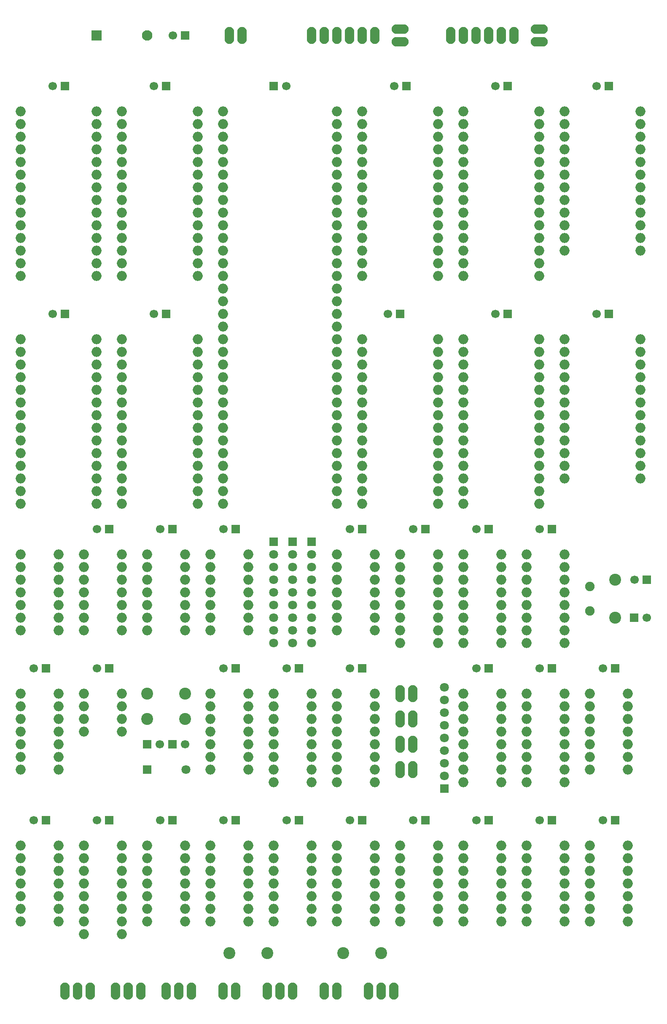
<source format=gbr>
G04 #@! TF.FileFunction,Soldermask,Bot*
%FSLAX46Y46*%
G04 Gerber Fmt 4.6, Leading zero omitted, Abs format (unit mm)*
G04 Created by KiCad (PCBNEW 4.0.2+dfsg1-stable) date Mon 20 Feb 2017 01:09:21 PM EST*
%MOMM*%
G01*
G04 APERTURE LIST*
%ADD10C,0.100000*%
%ADD11R,1.700000X1.700000*%
%ADD12C,1.700000*%
%ADD13R,1.800000X1.800000*%
%ADD14C,1.800000*%
%ADD15O,1.906220X3.414980*%
%ADD16C,2.099260*%
%ADD17R,2.099260X2.099260*%
%ADD18C,2.398980*%
%ADD19R,1.797000X1.797000*%
%ADD20C,1.797000*%
%ADD21O,2.000000X2.000000*%
%ADD22C,1.901140*%
%ADD23O,3.414980X1.906220*%
G04 APERTURE END LIST*
D10*
D11*
X53340000Y-165100000D03*
D12*
X55840000Y-165100000D03*
D11*
X58420000Y-165100000D03*
D12*
X60920000Y-165100000D03*
D13*
X53340000Y-170180000D03*
D14*
X61090000Y-170180000D03*
D11*
X60960000Y-22860000D03*
D12*
X58460000Y-22860000D03*
D11*
X36830000Y-33020000D03*
D12*
X34330000Y-33020000D03*
D11*
X57150000Y-33020000D03*
D12*
X54650000Y-33020000D03*
D11*
X78740000Y-33020000D03*
D12*
X81240000Y-33020000D03*
D11*
X105410000Y-33020000D03*
D12*
X102910000Y-33020000D03*
D11*
X125730000Y-33020000D03*
D12*
X123230000Y-33020000D03*
D11*
X121920000Y-149860000D03*
D12*
X119420000Y-149860000D03*
D11*
X36830000Y-78740000D03*
D12*
X34330000Y-78740000D03*
D11*
X57150000Y-78740000D03*
D12*
X54650000Y-78740000D03*
D11*
X104140000Y-78740000D03*
D12*
X101640000Y-78740000D03*
D11*
X125730000Y-78740000D03*
D12*
X123230000Y-78740000D03*
D11*
X146050000Y-33020000D03*
D12*
X143550000Y-33020000D03*
D11*
X134620000Y-149860000D03*
D12*
X132120000Y-149860000D03*
D11*
X147320000Y-180340000D03*
D12*
X144820000Y-180340000D03*
D11*
X45720000Y-121920000D03*
D12*
X43220000Y-121920000D03*
D11*
X58420000Y-121920000D03*
D12*
X55920000Y-121920000D03*
D11*
X71120000Y-121920000D03*
D12*
X68620000Y-121920000D03*
D11*
X134620000Y-121920000D03*
D12*
X132120000Y-121920000D03*
D11*
X121920000Y-121920000D03*
D12*
X119420000Y-121920000D03*
D11*
X96520000Y-121920000D03*
D12*
X94020000Y-121920000D03*
D11*
X109220000Y-121920000D03*
D12*
X106720000Y-121920000D03*
D11*
X33020000Y-149860000D03*
D12*
X30520000Y-149860000D03*
D11*
X45720000Y-149860000D03*
D12*
X43220000Y-149860000D03*
D11*
X96520000Y-149860000D03*
D12*
X94020000Y-149860000D03*
D11*
X71120000Y-149860000D03*
D12*
X68620000Y-149860000D03*
D11*
X83820000Y-149860000D03*
D12*
X81320000Y-149860000D03*
D11*
X146050000Y-78740000D03*
D12*
X143550000Y-78740000D03*
D11*
X33020000Y-180340000D03*
D12*
X30520000Y-180340000D03*
D11*
X45720000Y-180340000D03*
D12*
X43220000Y-180340000D03*
D11*
X58420000Y-180340000D03*
D12*
X55920000Y-180340000D03*
D11*
X71120000Y-180340000D03*
D12*
X68620000Y-180340000D03*
D11*
X83820000Y-180340000D03*
D12*
X81320000Y-180340000D03*
D11*
X96520000Y-180340000D03*
D12*
X94020000Y-180340000D03*
D11*
X109220000Y-180340000D03*
D12*
X106720000Y-180340000D03*
D11*
X121920000Y-180340000D03*
D12*
X119420000Y-180340000D03*
D15*
X68580000Y-214630000D03*
X71120000Y-214630000D03*
X88900000Y-214630000D03*
X91440000Y-214630000D03*
D16*
X53340520Y-22857460D03*
D17*
X43180520Y-22857460D03*
D15*
X86360000Y-22860000D03*
X88900000Y-22860000D03*
X91440000Y-22860000D03*
X93980000Y-22860000D03*
X96520000Y-22860000D03*
X99060000Y-22860000D03*
X114300000Y-22860000D03*
X116840000Y-22860000D03*
X119380000Y-22860000D03*
X121920000Y-22860000D03*
X124460000Y-22860000D03*
X127000000Y-22860000D03*
X69850000Y-22860000D03*
X72390000Y-22860000D03*
D18*
X60960000Y-154940000D03*
X53340000Y-154940000D03*
X53340000Y-160020000D03*
X60960000Y-160020000D03*
X69850000Y-207010000D03*
X77470000Y-207010000D03*
X147320000Y-139700000D03*
X147320000Y-132080000D03*
X92710000Y-207010000D03*
X100330000Y-207010000D03*
D19*
X113030000Y-173990000D03*
D20*
X113030000Y-171450000D03*
X113030000Y-168910000D03*
X113030000Y-166370000D03*
X113030000Y-163830000D03*
X113030000Y-161290000D03*
X113030000Y-158750000D03*
X113030000Y-156210000D03*
X113030000Y-153670000D03*
D19*
X86360000Y-124460000D03*
D20*
X86360000Y-127000000D03*
X86360000Y-129540000D03*
X86360000Y-132080000D03*
X86360000Y-134620000D03*
X86360000Y-137160000D03*
X86360000Y-139700000D03*
X86360000Y-142240000D03*
X86360000Y-144780000D03*
D19*
X82550000Y-124460000D03*
D20*
X82550000Y-127000000D03*
X82550000Y-129540000D03*
X82550000Y-132080000D03*
X82550000Y-134620000D03*
X82550000Y-137160000D03*
X82550000Y-139700000D03*
X82550000Y-142240000D03*
X82550000Y-144780000D03*
D19*
X78740000Y-124460000D03*
D20*
X78740000Y-127000000D03*
X78740000Y-129540000D03*
X78740000Y-132080000D03*
X78740000Y-134620000D03*
X78740000Y-137160000D03*
X78740000Y-139700000D03*
X78740000Y-142240000D03*
X78740000Y-144780000D03*
D15*
X57150000Y-214630000D03*
X59690000Y-214630000D03*
X62230000Y-214630000D03*
X46990000Y-214630000D03*
X49530000Y-214630000D03*
X52070000Y-214630000D03*
X36830000Y-214630000D03*
X39370000Y-214630000D03*
X41910000Y-214630000D03*
X97790000Y-214630000D03*
X100330000Y-214630000D03*
X102870000Y-214630000D03*
X77470000Y-214630000D03*
X80010000Y-214630000D03*
X82550000Y-214630000D03*
D21*
X40640000Y-154940000D03*
X40640000Y-157480000D03*
X40640000Y-160020000D03*
X40640000Y-162560000D03*
X48260000Y-162560000D03*
X48260000Y-160020000D03*
X48260000Y-157480000D03*
X48260000Y-154940000D03*
X27940000Y-127000000D03*
X27940000Y-129540000D03*
X27940000Y-132080000D03*
X27940000Y-134620000D03*
X27940000Y-137160000D03*
X27940000Y-139700000D03*
X27940000Y-142240000D03*
X35560000Y-142240000D03*
X35560000Y-139700000D03*
X35560000Y-137160000D03*
X35560000Y-134620000D03*
X35560000Y-132080000D03*
X35560000Y-129540000D03*
X35560000Y-127000000D03*
X40640000Y-127000000D03*
X40640000Y-129540000D03*
X40640000Y-132080000D03*
X40640000Y-134620000D03*
X40640000Y-137160000D03*
X40640000Y-139700000D03*
X40640000Y-142240000D03*
X48260000Y-142240000D03*
X48260000Y-139700000D03*
X48260000Y-137160000D03*
X48260000Y-134620000D03*
X48260000Y-132080000D03*
X48260000Y-129540000D03*
X48260000Y-127000000D03*
X27940000Y-185420000D03*
X27940000Y-187960000D03*
X27940000Y-190500000D03*
X27940000Y-193040000D03*
X27940000Y-195580000D03*
X27940000Y-198120000D03*
X27940000Y-200660000D03*
X35560000Y-200660000D03*
X35560000Y-198120000D03*
X35560000Y-195580000D03*
X35560000Y-193040000D03*
X35560000Y-190500000D03*
X35560000Y-187960000D03*
X35560000Y-185420000D03*
X27940000Y-154940000D03*
X27940000Y-157480000D03*
X27940000Y-160020000D03*
X27940000Y-162560000D03*
X27940000Y-165100000D03*
X27940000Y-167640000D03*
X27940000Y-170180000D03*
X35560000Y-170180000D03*
X35560000Y-167640000D03*
X35560000Y-165100000D03*
X35560000Y-162560000D03*
X35560000Y-160020000D03*
X35560000Y-157480000D03*
X35560000Y-154940000D03*
X53340000Y-127000000D03*
X53340000Y-129540000D03*
X53340000Y-132080000D03*
X53340000Y-134620000D03*
X53340000Y-137160000D03*
X53340000Y-139700000D03*
X53340000Y-142240000D03*
X60960000Y-142240000D03*
X60960000Y-139700000D03*
X60960000Y-137160000D03*
X60960000Y-134620000D03*
X60960000Y-132080000D03*
X60960000Y-129540000D03*
X60960000Y-127000000D03*
X66040000Y-154940000D03*
X66040000Y-157480000D03*
X66040000Y-160020000D03*
X66040000Y-162560000D03*
X66040000Y-165100000D03*
X66040000Y-167640000D03*
X66040000Y-170180000D03*
X73660000Y-170180000D03*
X73660000Y-167640000D03*
X73660000Y-165100000D03*
X73660000Y-162560000D03*
X73660000Y-160020000D03*
X73660000Y-157480000D03*
X73660000Y-154940000D03*
X53340000Y-185420000D03*
X53340000Y-187960000D03*
X53340000Y-190500000D03*
X53340000Y-193040000D03*
X53340000Y-195580000D03*
X53340000Y-198120000D03*
X53340000Y-200660000D03*
X60960000Y-200660000D03*
X60960000Y-198120000D03*
X60960000Y-195580000D03*
X60960000Y-193040000D03*
X60960000Y-190500000D03*
X60960000Y-187960000D03*
X60960000Y-185420000D03*
X66040000Y-185420000D03*
X66040000Y-187960000D03*
X66040000Y-190500000D03*
X66040000Y-193040000D03*
X66040000Y-195580000D03*
X66040000Y-198120000D03*
X66040000Y-200660000D03*
X73660000Y-200660000D03*
X73660000Y-198120000D03*
X73660000Y-195580000D03*
X73660000Y-193040000D03*
X73660000Y-190500000D03*
X73660000Y-187960000D03*
X73660000Y-185420000D03*
X78740000Y-185420000D03*
X78740000Y-187960000D03*
X78740000Y-190500000D03*
X78740000Y-193040000D03*
X78740000Y-195580000D03*
X78740000Y-198120000D03*
X78740000Y-200660000D03*
X86360000Y-200660000D03*
X86360000Y-198120000D03*
X86360000Y-195580000D03*
X86360000Y-193040000D03*
X86360000Y-190500000D03*
X86360000Y-187960000D03*
X86360000Y-185420000D03*
X91440000Y-185420000D03*
X91440000Y-187960000D03*
X91440000Y-190500000D03*
X91440000Y-193040000D03*
X91440000Y-195580000D03*
X91440000Y-198120000D03*
X91440000Y-200660000D03*
X99060000Y-200660000D03*
X99060000Y-198120000D03*
X99060000Y-195580000D03*
X99060000Y-193040000D03*
X99060000Y-190500000D03*
X99060000Y-187960000D03*
X99060000Y-185420000D03*
X104140000Y-127000000D03*
X104140000Y-129540000D03*
X104140000Y-132080000D03*
X104140000Y-134620000D03*
X104140000Y-137160000D03*
X104140000Y-139700000D03*
X104140000Y-142240000D03*
X104140000Y-144780000D03*
X111760000Y-144780000D03*
X111760000Y-142240000D03*
X111760000Y-139700000D03*
X111760000Y-137160000D03*
X111760000Y-134620000D03*
X111760000Y-132080000D03*
X111760000Y-129540000D03*
X111760000Y-127000000D03*
X91440000Y-154940000D03*
X91440000Y-157480000D03*
X91440000Y-160020000D03*
X91440000Y-162560000D03*
X91440000Y-165100000D03*
X91440000Y-167640000D03*
X91440000Y-170180000D03*
X91440000Y-172720000D03*
X99060000Y-172720000D03*
X99060000Y-170180000D03*
X99060000Y-167640000D03*
X99060000Y-165100000D03*
X99060000Y-162560000D03*
X99060000Y-160020000D03*
X99060000Y-157480000D03*
X99060000Y-154940000D03*
X104140000Y-185420000D03*
X104140000Y-187960000D03*
X104140000Y-190500000D03*
X104140000Y-193040000D03*
X104140000Y-195580000D03*
X104140000Y-198120000D03*
X104140000Y-200660000D03*
X111760000Y-200660000D03*
X111760000Y-198120000D03*
X111760000Y-195580000D03*
X111760000Y-193040000D03*
X111760000Y-190500000D03*
X111760000Y-187960000D03*
X111760000Y-185420000D03*
X91440000Y-127000000D03*
X91440000Y-129540000D03*
X91440000Y-132080000D03*
X91440000Y-134620000D03*
X91440000Y-137160000D03*
X91440000Y-139700000D03*
X91440000Y-142240000D03*
X99060000Y-142240000D03*
X99060000Y-139700000D03*
X99060000Y-137160000D03*
X99060000Y-134620000D03*
X99060000Y-132080000D03*
X99060000Y-129540000D03*
X99060000Y-127000000D03*
X66040000Y-127000000D03*
X66040000Y-129540000D03*
X66040000Y-132080000D03*
X66040000Y-134620000D03*
X66040000Y-137160000D03*
X66040000Y-139700000D03*
X66040000Y-142240000D03*
X73660000Y-142240000D03*
X73660000Y-139700000D03*
X73660000Y-137160000D03*
X73660000Y-134620000D03*
X73660000Y-132080000D03*
X73660000Y-129540000D03*
X73660000Y-127000000D03*
X78740000Y-154940000D03*
X78740000Y-157480000D03*
X78740000Y-160020000D03*
X78740000Y-162560000D03*
X78740000Y-165100000D03*
X78740000Y-167640000D03*
X78740000Y-170180000D03*
X78740000Y-172720000D03*
X86360000Y-172720000D03*
X86360000Y-170180000D03*
X86360000Y-167640000D03*
X86360000Y-165100000D03*
X86360000Y-162560000D03*
X86360000Y-160020000D03*
X86360000Y-157480000D03*
X86360000Y-154940000D03*
X116840000Y-127000000D03*
X116840000Y-129540000D03*
X116840000Y-132080000D03*
X116840000Y-134620000D03*
X116840000Y-137160000D03*
X116840000Y-139700000D03*
X116840000Y-142240000D03*
X116840000Y-144780000D03*
X124460000Y-144780000D03*
X124460000Y-142240000D03*
X124460000Y-139700000D03*
X124460000Y-137160000D03*
X124460000Y-134620000D03*
X124460000Y-132080000D03*
X124460000Y-129540000D03*
X124460000Y-127000000D03*
X129540000Y-154940000D03*
X129540000Y-157480000D03*
X129540000Y-160020000D03*
X129540000Y-162560000D03*
X129540000Y-165100000D03*
X129540000Y-167640000D03*
X129540000Y-170180000D03*
X129540000Y-172720000D03*
X137160000Y-172720000D03*
X137160000Y-170180000D03*
X137160000Y-167640000D03*
X137160000Y-165100000D03*
X137160000Y-162560000D03*
X137160000Y-160020000D03*
X137160000Y-157480000D03*
X137160000Y-154940000D03*
X116840000Y-154940000D03*
X116840000Y-157480000D03*
X116840000Y-160020000D03*
X116840000Y-162560000D03*
X116840000Y-165100000D03*
X116840000Y-167640000D03*
X116840000Y-170180000D03*
X116840000Y-172720000D03*
X124460000Y-172720000D03*
X124460000Y-170180000D03*
X124460000Y-167640000D03*
X124460000Y-165100000D03*
X124460000Y-162560000D03*
X124460000Y-160020000D03*
X124460000Y-157480000D03*
X124460000Y-154940000D03*
X116840000Y-185420000D03*
X116840000Y-187960000D03*
X116840000Y-190500000D03*
X116840000Y-193040000D03*
X116840000Y-195580000D03*
X116840000Y-198120000D03*
X116840000Y-200660000D03*
X124460000Y-200660000D03*
X124460000Y-198120000D03*
X124460000Y-195580000D03*
X124460000Y-193040000D03*
X124460000Y-190500000D03*
X124460000Y-187960000D03*
X124460000Y-185420000D03*
X129540000Y-185420000D03*
X129540000Y-187960000D03*
X129540000Y-190500000D03*
X129540000Y-193040000D03*
X129540000Y-195580000D03*
X129540000Y-198120000D03*
X129540000Y-200660000D03*
X137160000Y-200660000D03*
X137160000Y-198120000D03*
X137160000Y-195580000D03*
X137160000Y-193040000D03*
X137160000Y-190500000D03*
X137160000Y-187960000D03*
X137160000Y-185420000D03*
D22*
X142240000Y-133449060D03*
X142240000Y-138330940D03*
D21*
X137160000Y-83820000D03*
X137160000Y-86360000D03*
X137160000Y-88900000D03*
X137160000Y-91440000D03*
X137160000Y-93980000D03*
X137160000Y-96520000D03*
X137160000Y-99060000D03*
X137160000Y-101600000D03*
X137160000Y-104140000D03*
X137160000Y-106680000D03*
X137160000Y-109220000D03*
X137160000Y-111760000D03*
X152400000Y-111760000D03*
X152400000Y-109220000D03*
X152400000Y-106680000D03*
X152400000Y-104140000D03*
X152400000Y-101600000D03*
X152400000Y-99060000D03*
X152400000Y-96520000D03*
X152400000Y-93980000D03*
X152400000Y-91440000D03*
X152400000Y-88900000D03*
X152400000Y-86360000D03*
X152400000Y-83820000D03*
X68580000Y-38100000D03*
X68580000Y-40640000D03*
X68580000Y-43180000D03*
X68580000Y-45720000D03*
X68580000Y-48260000D03*
X68580000Y-50800000D03*
X68580000Y-53340000D03*
X68580000Y-55880000D03*
X68580000Y-58420000D03*
X68580000Y-60960000D03*
X68580000Y-63500000D03*
X68580000Y-66040000D03*
X68580000Y-68580000D03*
X68580000Y-71120000D03*
X68580000Y-73660000D03*
X68580000Y-76200000D03*
X68580000Y-78740000D03*
X68580000Y-81280000D03*
X68580000Y-83820000D03*
X68580000Y-86360000D03*
X68580000Y-88900000D03*
X68580000Y-91440000D03*
X68580000Y-93980000D03*
X68580000Y-96520000D03*
X68580000Y-99060000D03*
X68580000Y-101600000D03*
X68580000Y-104140000D03*
X68580000Y-106680000D03*
X68580000Y-109220000D03*
X68580000Y-111760000D03*
X68580000Y-114300000D03*
X68580000Y-116840000D03*
X91440000Y-116840000D03*
X91440000Y-114300000D03*
X91440000Y-111760000D03*
X91440000Y-109220000D03*
X91440000Y-106680000D03*
X91440000Y-104140000D03*
X91440000Y-101600000D03*
X91440000Y-99060000D03*
X91440000Y-96520000D03*
X91440000Y-93980000D03*
X91440000Y-91440000D03*
X91440000Y-88900000D03*
X91440000Y-86360000D03*
X91440000Y-83820000D03*
X91440000Y-81280000D03*
X91440000Y-78740000D03*
X91440000Y-76200000D03*
X91440000Y-73660000D03*
X91440000Y-71120000D03*
X91440000Y-68580000D03*
X91440000Y-66040000D03*
X91440000Y-63500000D03*
X91440000Y-60960000D03*
X91440000Y-58420000D03*
X91440000Y-55880000D03*
X91440000Y-53340000D03*
X91440000Y-50800000D03*
X91440000Y-48260000D03*
X91440000Y-45720000D03*
X91440000Y-43180000D03*
X91440000Y-40640000D03*
X91440000Y-38100000D03*
X27940000Y-38100000D03*
X27940000Y-40640000D03*
X27940000Y-43180000D03*
X27940000Y-45720000D03*
X27940000Y-48260000D03*
X27940000Y-50800000D03*
X27940000Y-53340000D03*
X27940000Y-55880000D03*
X27940000Y-58420000D03*
X27940000Y-60960000D03*
X27940000Y-63500000D03*
X27940000Y-66040000D03*
X27940000Y-68580000D03*
X27940000Y-71120000D03*
X43180000Y-71120000D03*
X43180000Y-68580000D03*
X43180000Y-66040000D03*
X43180000Y-63500000D03*
X43180000Y-60960000D03*
X43180000Y-58420000D03*
X43180000Y-55880000D03*
X43180000Y-53340000D03*
X43180000Y-50800000D03*
X43180000Y-48260000D03*
X43180000Y-45720000D03*
X43180000Y-43180000D03*
X43180000Y-40640000D03*
X43180000Y-38100000D03*
X27940000Y-83820000D03*
X27940000Y-86360000D03*
X27940000Y-88900000D03*
X27940000Y-91440000D03*
X27940000Y-93980000D03*
X27940000Y-96520000D03*
X27940000Y-99060000D03*
X27940000Y-101600000D03*
X27940000Y-104140000D03*
X27940000Y-106680000D03*
X27940000Y-109220000D03*
X27940000Y-111760000D03*
X27940000Y-114300000D03*
X27940000Y-116840000D03*
X43180000Y-116840000D03*
X43180000Y-114300000D03*
X43180000Y-111760000D03*
X43180000Y-109220000D03*
X43180000Y-106680000D03*
X43180000Y-104140000D03*
X43180000Y-101600000D03*
X43180000Y-99060000D03*
X43180000Y-96520000D03*
X43180000Y-93980000D03*
X43180000Y-91440000D03*
X43180000Y-88900000D03*
X43180000Y-86360000D03*
X43180000Y-83820000D03*
X48260000Y-38100000D03*
X48260000Y-40640000D03*
X48260000Y-43180000D03*
X48260000Y-45720000D03*
X48260000Y-48260000D03*
X48260000Y-50800000D03*
X48260000Y-53340000D03*
X48260000Y-55880000D03*
X48260000Y-58420000D03*
X48260000Y-60960000D03*
X48260000Y-63500000D03*
X48260000Y-66040000D03*
X48260000Y-68580000D03*
X48260000Y-71120000D03*
X63500000Y-71120000D03*
X63500000Y-68580000D03*
X63500000Y-66040000D03*
X63500000Y-63500000D03*
X63500000Y-60960000D03*
X63500000Y-58420000D03*
X63500000Y-55880000D03*
X63500000Y-53340000D03*
X63500000Y-50800000D03*
X63500000Y-48260000D03*
X63500000Y-45720000D03*
X63500000Y-43180000D03*
X63500000Y-40640000D03*
X63500000Y-38100000D03*
X48260000Y-83820000D03*
X48260000Y-86360000D03*
X48260000Y-88900000D03*
X48260000Y-91440000D03*
X48260000Y-93980000D03*
X48260000Y-96520000D03*
X48260000Y-99060000D03*
X48260000Y-101600000D03*
X48260000Y-104140000D03*
X48260000Y-106680000D03*
X48260000Y-109220000D03*
X48260000Y-111760000D03*
X48260000Y-114300000D03*
X48260000Y-116840000D03*
X63500000Y-116840000D03*
X63500000Y-114300000D03*
X63500000Y-111760000D03*
X63500000Y-109220000D03*
X63500000Y-106680000D03*
X63500000Y-104140000D03*
X63500000Y-101600000D03*
X63500000Y-99060000D03*
X63500000Y-96520000D03*
X63500000Y-93980000D03*
X63500000Y-91440000D03*
X63500000Y-88900000D03*
X63500000Y-86360000D03*
X63500000Y-83820000D03*
X96520000Y-38100000D03*
X96520000Y-40640000D03*
X96520000Y-43180000D03*
X96520000Y-45720000D03*
X96520000Y-48260000D03*
X96520000Y-50800000D03*
X96520000Y-53340000D03*
X96520000Y-55880000D03*
X96520000Y-58420000D03*
X96520000Y-60960000D03*
X96520000Y-63500000D03*
X96520000Y-66040000D03*
X96520000Y-68580000D03*
X96520000Y-71120000D03*
X111760000Y-71120000D03*
X111760000Y-68580000D03*
X111760000Y-66040000D03*
X111760000Y-63500000D03*
X111760000Y-60960000D03*
X111760000Y-58420000D03*
X111760000Y-55880000D03*
X111760000Y-53340000D03*
X111760000Y-50800000D03*
X111760000Y-48260000D03*
X111760000Y-45720000D03*
X111760000Y-43180000D03*
X111760000Y-40640000D03*
X111760000Y-38100000D03*
X96520000Y-83820000D03*
X96520000Y-86360000D03*
X96520000Y-88900000D03*
X96520000Y-91440000D03*
X96520000Y-93980000D03*
X96520000Y-96520000D03*
X96520000Y-99060000D03*
X96520000Y-101600000D03*
X96520000Y-104140000D03*
X96520000Y-106680000D03*
X96520000Y-109220000D03*
X96520000Y-111760000D03*
X96520000Y-114300000D03*
X96520000Y-116840000D03*
X111760000Y-116840000D03*
X111760000Y-114300000D03*
X111760000Y-111760000D03*
X111760000Y-109220000D03*
X111760000Y-106680000D03*
X111760000Y-104140000D03*
X111760000Y-101600000D03*
X111760000Y-99060000D03*
X111760000Y-96520000D03*
X111760000Y-93980000D03*
X111760000Y-91440000D03*
X111760000Y-88900000D03*
X111760000Y-86360000D03*
X111760000Y-83820000D03*
X116840000Y-38100000D03*
X116840000Y-40640000D03*
X116840000Y-43180000D03*
X116840000Y-45720000D03*
X116840000Y-48260000D03*
X116840000Y-50800000D03*
X116840000Y-53340000D03*
X116840000Y-55880000D03*
X116840000Y-58420000D03*
X116840000Y-60960000D03*
X116840000Y-63500000D03*
X116840000Y-66040000D03*
X116840000Y-68580000D03*
X116840000Y-71120000D03*
X132080000Y-71120000D03*
X132080000Y-68580000D03*
X132080000Y-66040000D03*
X132080000Y-63500000D03*
X132080000Y-60960000D03*
X132080000Y-58420000D03*
X132080000Y-55880000D03*
X132080000Y-53340000D03*
X132080000Y-50800000D03*
X132080000Y-48260000D03*
X132080000Y-45720000D03*
X132080000Y-43180000D03*
X132080000Y-40640000D03*
X132080000Y-38100000D03*
X116840000Y-83820000D03*
X116840000Y-86360000D03*
X116840000Y-88900000D03*
X116840000Y-91440000D03*
X116840000Y-93980000D03*
X116840000Y-96520000D03*
X116840000Y-99060000D03*
X116840000Y-101600000D03*
X116840000Y-104140000D03*
X116840000Y-106680000D03*
X116840000Y-109220000D03*
X116840000Y-111760000D03*
X116840000Y-114300000D03*
X116840000Y-116840000D03*
X132080000Y-116840000D03*
X132080000Y-114300000D03*
X132080000Y-111760000D03*
X132080000Y-109220000D03*
X132080000Y-106680000D03*
X132080000Y-104140000D03*
X132080000Y-101600000D03*
X132080000Y-99060000D03*
X132080000Y-96520000D03*
X132080000Y-93980000D03*
X132080000Y-91440000D03*
X132080000Y-88900000D03*
X132080000Y-86360000D03*
X132080000Y-83820000D03*
X137160000Y-38100000D03*
X137160000Y-40640000D03*
X137160000Y-43180000D03*
X137160000Y-45720000D03*
X137160000Y-48260000D03*
X137160000Y-50800000D03*
X137160000Y-53340000D03*
X137160000Y-55880000D03*
X137160000Y-58420000D03*
X137160000Y-60960000D03*
X137160000Y-63500000D03*
X137160000Y-66040000D03*
X152400000Y-66040000D03*
X152400000Y-63500000D03*
X152400000Y-60960000D03*
X152400000Y-58420000D03*
X152400000Y-55880000D03*
X152400000Y-53340000D03*
X152400000Y-50800000D03*
X152400000Y-48260000D03*
X152400000Y-45720000D03*
X152400000Y-43180000D03*
X152400000Y-40640000D03*
X152400000Y-38100000D03*
D15*
X106680000Y-154940000D03*
X104140000Y-154940000D03*
X104140000Y-160020000D03*
X106680000Y-160020000D03*
X106680000Y-165100000D03*
X104140000Y-165100000D03*
X104140000Y-170180000D03*
X106680000Y-170180000D03*
D23*
X104140000Y-24130000D03*
X104140000Y-21590000D03*
X132080000Y-24130000D03*
X132080000Y-21590000D03*
D11*
X153670000Y-132080000D03*
D12*
X151170000Y-132080000D03*
D11*
X151130000Y-139700000D03*
D12*
X153630000Y-139700000D03*
D21*
X40640000Y-185420000D03*
X40640000Y-187960000D03*
X40640000Y-190500000D03*
X40640000Y-193040000D03*
X40640000Y-195580000D03*
X40640000Y-198120000D03*
X40640000Y-200660000D03*
X40640000Y-203200000D03*
X48260000Y-203200000D03*
X48260000Y-200660000D03*
X48260000Y-198120000D03*
X48260000Y-195580000D03*
X48260000Y-193040000D03*
X48260000Y-190500000D03*
X48260000Y-187960000D03*
X48260000Y-185420000D03*
X129540000Y-127000000D03*
X129540000Y-129540000D03*
X129540000Y-132080000D03*
X129540000Y-134620000D03*
X129540000Y-137160000D03*
X129540000Y-139700000D03*
X129540000Y-142240000D03*
X129540000Y-144780000D03*
X137160000Y-144780000D03*
X137160000Y-142240000D03*
X137160000Y-139700000D03*
X137160000Y-137160000D03*
X137160000Y-134620000D03*
X137160000Y-132080000D03*
X137160000Y-129540000D03*
X137160000Y-127000000D03*
X142240000Y-185420000D03*
X142240000Y-187960000D03*
X142240000Y-190500000D03*
X142240000Y-193040000D03*
X142240000Y-195580000D03*
X142240000Y-198120000D03*
X142240000Y-200660000D03*
X149860000Y-200660000D03*
X149860000Y-198120000D03*
X149860000Y-195580000D03*
X149860000Y-193040000D03*
X149860000Y-190500000D03*
X149860000Y-187960000D03*
X149860000Y-185420000D03*
X142240000Y-154940000D03*
X142240000Y-157480000D03*
X142240000Y-160020000D03*
X142240000Y-162560000D03*
X142240000Y-165100000D03*
X142240000Y-167640000D03*
X142240000Y-170180000D03*
X149860000Y-170180000D03*
X149860000Y-167640000D03*
X149860000Y-165100000D03*
X149860000Y-162560000D03*
X149860000Y-160020000D03*
X149860000Y-157480000D03*
X149860000Y-154940000D03*
D11*
X147320000Y-149860000D03*
D12*
X144820000Y-149860000D03*
D11*
X134620000Y-180340000D03*
D12*
X132120000Y-180340000D03*
M02*

</source>
